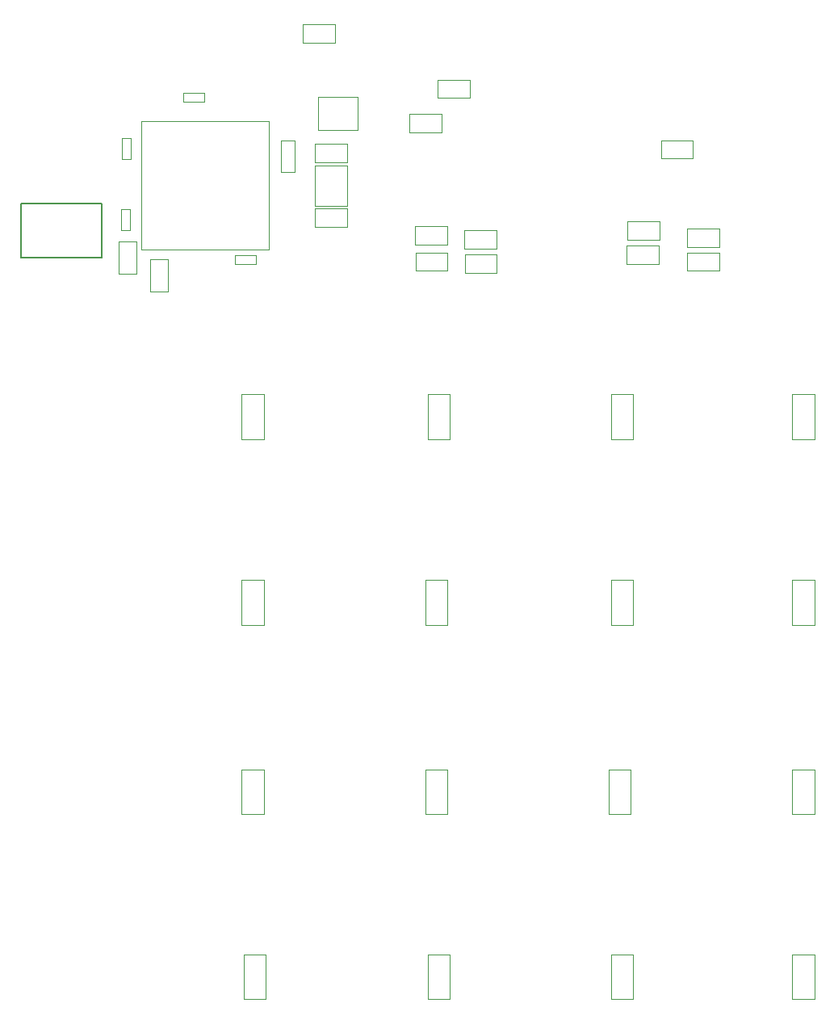
<source format=gbr>
%TF.GenerationSoftware,KiCad,Pcbnew,9.0.0*%
%TF.CreationDate,2025-06-12T15:56:33-06:00*%
%TF.ProjectId,final_macropad,66696e61-6c5f-46d6-9163-726f7061642e,rev?*%
%TF.SameCoordinates,Original*%
%TF.FileFunction,Other,User*%
%FSLAX46Y46*%
G04 Gerber Fmt 4.6, Leading zero omitted, Abs format (unit mm)*
G04 Created by KiCad (PCBNEW 9.0.0) date 2025-06-12 15:56:33*
%MOMM*%
%LPD*%
G01*
G04 APERTURE LIST*
%ADD10C,0.050000*%
%ADD11C,0.152400*%
G04 APERTURE END LIST*
D10*
%TO.C,C6*%
X61292000Y-46645000D02*
X61292000Y-48605000D01*
X61292000Y-48605000D02*
X64692000Y-48605000D01*
X64692000Y-46645000D02*
X61292000Y-46645000D01*
X64692000Y-48605000D02*
X64692000Y-46645000D01*
%TO.C,C7*%
X61292000Y-39914000D02*
X61292000Y-41874000D01*
X61292000Y-41874000D02*
X64692000Y-41874000D01*
X64692000Y-39914000D02*
X61292000Y-39914000D01*
X64692000Y-41874000D02*
X64692000Y-39914000D01*
%TO.C,C5*%
X57690000Y-39524500D02*
X57690000Y-42824500D01*
X57690000Y-42824500D02*
X59150000Y-42824500D01*
X59150000Y-39524500D02*
X57690000Y-39524500D01*
X59150000Y-42824500D02*
X59150000Y-39524500D01*
%TO.C,R10*%
X71218000Y-36769000D02*
X71218000Y-38669000D01*
X71218000Y-38669000D02*
X74578000Y-38669000D01*
X74578000Y-36769000D02*
X71218000Y-36769000D01*
X74578000Y-38669000D02*
X74578000Y-36769000D01*
%TO.C,D9*%
X53600000Y-105500000D02*
X53600000Y-110200000D01*
X55900000Y-105500000D02*
X53600000Y-105500000D01*
X55900000Y-110200000D02*
X53600000Y-110200000D01*
X55900000Y-110200000D02*
X55900000Y-105500000D01*
%TO.C,C11*%
X76962500Y-48982500D02*
X76962500Y-50942500D01*
X76962500Y-50942500D02*
X80362500Y-50942500D01*
X80362500Y-48982500D02*
X76962500Y-48982500D01*
X80362500Y-50942500D02*
X80362500Y-48982500D01*
%TO.C,D7*%
X92350000Y-85650000D02*
X92350000Y-90350000D01*
X94650000Y-85650000D02*
X92350000Y-85650000D01*
X94650000Y-90350000D02*
X92350000Y-90350000D01*
X94650000Y-90350000D02*
X94650000Y-85650000D01*
%TO.C,C3*%
X41069000Y-39296000D02*
X41069000Y-41476000D01*
X41069000Y-41476000D02*
X41989000Y-41476000D01*
X41989000Y-39296000D02*
X41069000Y-39296000D01*
X41989000Y-41476000D02*
X41989000Y-39296000D01*
%TO.C,R8*%
X71820000Y-51300000D02*
X71820000Y-53200000D01*
X71820000Y-53200000D02*
X75180000Y-53200000D01*
X75180000Y-51300000D02*
X71820000Y-51300000D01*
X75180000Y-53200000D02*
X75180000Y-51300000D01*
%TO.C,R7*%
X97570000Y-39550000D02*
X97570000Y-41450000D01*
X97570000Y-41450000D02*
X100930000Y-41450000D01*
X100930000Y-39550000D02*
X97570000Y-39550000D01*
X100930000Y-41450000D02*
X100930000Y-39550000D01*
%TO.C,D1*%
X53600000Y-66150000D02*
X53600000Y-70850000D01*
X55900000Y-66150000D02*
X53600000Y-66150000D01*
X55900000Y-70850000D02*
X53600000Y-70850000D01*
X55900000Y-70850000D02*
X55900000Y-66150000D01*
%TO.C,U1*%
X43050000Y-37550000D02*
X43050000Y-50950000D01*
X43050000Y-37550000D02*
X56450000Y-37550000D01*
X43050000Y-50950000D02*
X56450000Y-50950000D01*
X56450000Y-37550000D02*
X56450000Y-50950000D01*
%TO.C,D13*%
X53850000Y-124900000D02*
X53850000Y-129600000D01*
X56150000Y-124900000D02*
X53850000Y-124900000D01*
X56150000Y-129600000D02*
X53850000Y-129600000D01*
X56150000Y-129600000D02*
X56150000Y-124900000D01*
%TO.C,D8*%
X111350000Y-85650000D02*
X111350000Y-90350000D01*
X113650000Y-85650000D02*
X111350000Y-85650000D01*
X113650000Y-90350000D02*
X111350000Y-90350000D01*
X113650000Y-90350000D02*
X113650000Y-85650000D01*
%TO.C,R9*%
X76982500Y-51512500D02*
X76982500Y-53412500D01*
X76982500Y-53412500D02*
X80342500Y-53412500D01*
X80342500Y-51512500D02*
X76982500Y-51512500D01*
X80342500Y-53412500D02*
X80342500Y-51512500D01*
%TO.C,D15*%
X92350000Y-124900000D02*
X92350000Y-129600000D01*
X94650000Y-124900000D02*
X92350000Y-124900000D01*
X94650000Y-129600000D02*
X92350000Y-129600000D01*
X94650000Y-129600000D02*
X94650000Y-124900000D01*
%TO.C,D2*%
X73100000Y-66150000D02*
X73100000Y-70850000D01*
X75400000Y-66150000D02*
X73100000Y-66150000D01*
X75400000Y-70850000D02*
X73100000Y-70850000D01*
X75400000Y-70850000D02*
X75400000Y-66150000D01*
%TO.C,D16*%
X111350000Y-124900000D02*
X111350000Y-129600000D01*
X113650000Y-124900000D02*
X111350000Y-124900000D01*
X113650000Y-129600000D02*
X111350000Y-129600000D01*
X113650000Y-129600000D02*
X113650000Y-124900000D01*
%TO.C,C4*%
X52885000Y-51610000D02*
X52885000Y-52530000D01*
X52885000Y-52530000D02*
X55065000Y-52530000D01*
X55065000Y-51610000D02*
X52885000Y-51610000D01*
X55065000Y-52530000D02*
X55065000Y-51610000D01*
%TO.C,D4*%
X111350000Y-66150000D02*
X111350000Y-70850000D01*
X113650000Y-66150000D02*
X111350000Y-66150000D01*
X113650000Y-70850000D02*
X111350000Y-70850000D01*
X113650000Y-70850000D02*
X113650000Y-66150000D01*
D11*
%TO.C,SW1*%
X30415299Y-46120650D02*
X38926701Y-46120650D01*
X30415299Y-51835650D02*
X30415299Y-46120650D01*
X38926701Y-46120650D02*
X38926701Y-51835650D01*
X38926701Y-51835650D02*
X30415299Y-51835650D01*
D10*
%TO.C,C10*%
X71800000Y-48520000D02*
X71800000Y-50480000D01*
X71800000Y-50480000D02*
X75200000Y-50480000D01*
X75200000Y-48520000D02*
X71800000Y-48520000D01*
X75200000Y-50480000D02*
X75200000Y-48520000D01*
%TO.C,D3*%
X92350000Y-66150000D02*
X92350000Y-70850000D01*
X94650000Y-66150000D02*
X92350000Y-66150000D01*
X94650000Y-70850000D02*
X92350000Y-70850000D01*
X94650000Y-70850000D02*
X94650000Y-66150000D01*
%TO.C,R12*%
X60042000Y-27371000D02*
X60042000Y-29271000D01*
X60042000Y-29271000D02*
X63402000Y-29271000D01*
X63402000Y-27371000D02*
X60042000Y-27371000D01*
X63402000Y-29271000D02*
X63402000Y-27371000D01*
%TO.C,R5*%
X93982500Y-50572000D02*
X93982500Y-52472000D01*
X93982500Y-52472000D02*
X97342500Y-52472000D01*
X97342500Y-50572000D02*
X93982500Y-50572000D01*
X97342500Y-52472000D02*
X97342500Y-50572000D01*
%TO.C,U2*%
X61573000Y-34990500D02*
X65793000Y-34990500D01*
X61573000Y-38415500D02*
X61573000Y-34990500D01*
X65793000Y-34990500D02*
X65793000Y-38415500D01*
X65793000Y-38415500D02*
X61573000Y-38415500D01*
%TO.C,C2*%
X40942000Y-46789000D02*
X40942000Y-48969000D01*
X40942000Y-48969000D02*
X41862000Y-48969000D01*
X41862000Y-46789000D02*
X40942000Y-46789000D01*
X41862000Y-48969000D02*
X41862000Y-46789000D01*
%TO.C,D12*%
X111350000Y-105500000D02*
X111350000Y-110200000D01*
X113650000Y-105500000D02*
X111350000Y-105500000D01*
X113650000Y-110200000D02*
X111350000Y-110200000D01*
X113650000Y-110200000D02*
X113650000Y-105500000D01*
%TO.C,D5*%
X53600000Y-85650000D02*
X53600000Y-90350000D01*
X55900000Y-85650000D02*
X53600000Y-85650000D01*
X55900000Y-90350000D02*
X53600000Y-90350000D01*
X55900000Y-90350000D02*
X55900000Y-85650000D01*
%TO.C,D14*%
X73100000Y-124900000D02*
X73100000Y-129600000D01*
X75400000Y-124900000D02*
X73100000Y-124900000D01*
X75400000Y-129600000D02*
X73100000Y-129600000D01*
X75400000Y-129600000D02*
X75400000Y-124900000D01*
%TO.C,R4*%
X40706000Y-50136000D02*
X40706000Y-53496000D01*
X40706000Y-53496000D02*
X42606000Y-53496000D01*
X42606000Y-50136000D02*
X40706000Y-50136000D01*
X42606000Y-53496000D02*
X42606000Y-50136000D01*
%TO.C,R1*%
X44008000Y-52041000D02*
X44008000Y-55401000D01*
X44008000Y-55401000D02*
X45908000Y-55401000D01*
X45908000Y-52041000D02*
X44008000Y-52041000D01*
X45908000Y-55401000D02*
X45908000Y-52041000D01*
%TO.C,D10*%
X72850000Y-105500000D02*
X72850000Y-110200000D01*
X75150000Y-105500000D02*
X72850000Y-105500000D01*
X75150000Y-110200000D02*
X72850000Y-110200000D01*
X75150000Y-110200000D02*
X75150000Y-105500000D01*
%TO.C,C1*%
X47491500Y-34592000D02*
X47491500Y-35512000D01*
X47491500Y-35512000D02*
X49671500Y-35512000D01*
X49671500Y-34592000D02*
X47491500Y-34592000D01*
X49671500Y-35512000D02*
X49671500Y-34592000D01*
%TO.C,D6*%
X72850000Y-85650000D02*
X72850000Y-90350000D01*
X75150000Y-85650000D02*
X72850000Y-85650000D01*
X75150000Y-90350000D02*
X72850000Y-90350000D01*
X75150000Y-90350000D02*
X75150000Y-85650000D01*
%TO.C,D11*%
X92100000Y-105500000D02*
X92100000Y-110200000D01*
X94400000Y-105500000D02*
X92100000Y-105500000D01*
X94400000Y-110200000D02*
X92100000Y-110200000D01*
X94400000Y-110200000D02*
X94400000Y-105500000D01*
%TO.C,R6*%
X100320000Y-51300000D02*
X100320000Y-53200000D01*
X100320000Y-53200000D02*
X103680000Y-53200000D01*
X103680000Y-51300000D02*
X100320000Y-51300000D01*
X103680000Y-53200000D02*
X103680000Y-51300000D01*
%TO.C,R11*%
X74166000Y-33172000D02*
X74166000Y-35072000D01*
X74166000Y-35072000D02*
X77526000Y-35072000D01*
X77526000Y-33172000D02*
X74166000Y-33172000D01*
X77526000Y-35072000D02*
X77526000Y-33172000D01*
%TO.C,Y1*%
X61292000Y-42223000D02*
X64692000Y-42223000D01*
X61292000Y-46423000D02*
X61292000Y-42223000D01*
X64692000Y-42223000D02*
X64692000Y-46423000D01*
X64692000Y-46423000D02*
X61292000Y-46423000D01*
%TO.C,C8*%
X94050000Y-48042000D02*
X94050000Y-50002000D01*
X94050000Y-50002000D02*
X97450000Y-50002000D01*
X97450000Y-48042000D02*
X94050000Y-48042000D01*
X97450000Y-50002000D02*
X97450000Y-48042000D01*
%TO.C,C9*%
X100300000Y-48770000D02*
X100300000Y-50730000D01*
X100300000Y-50730000D02*
X103700000Y-50730000D01*
X103700000Y-48770000D02*
X100300000Y-48770000D01*
X103700000Y-50730000D02*
X103700000Y-48770000D01*
%TD*%
M02*

</source>
